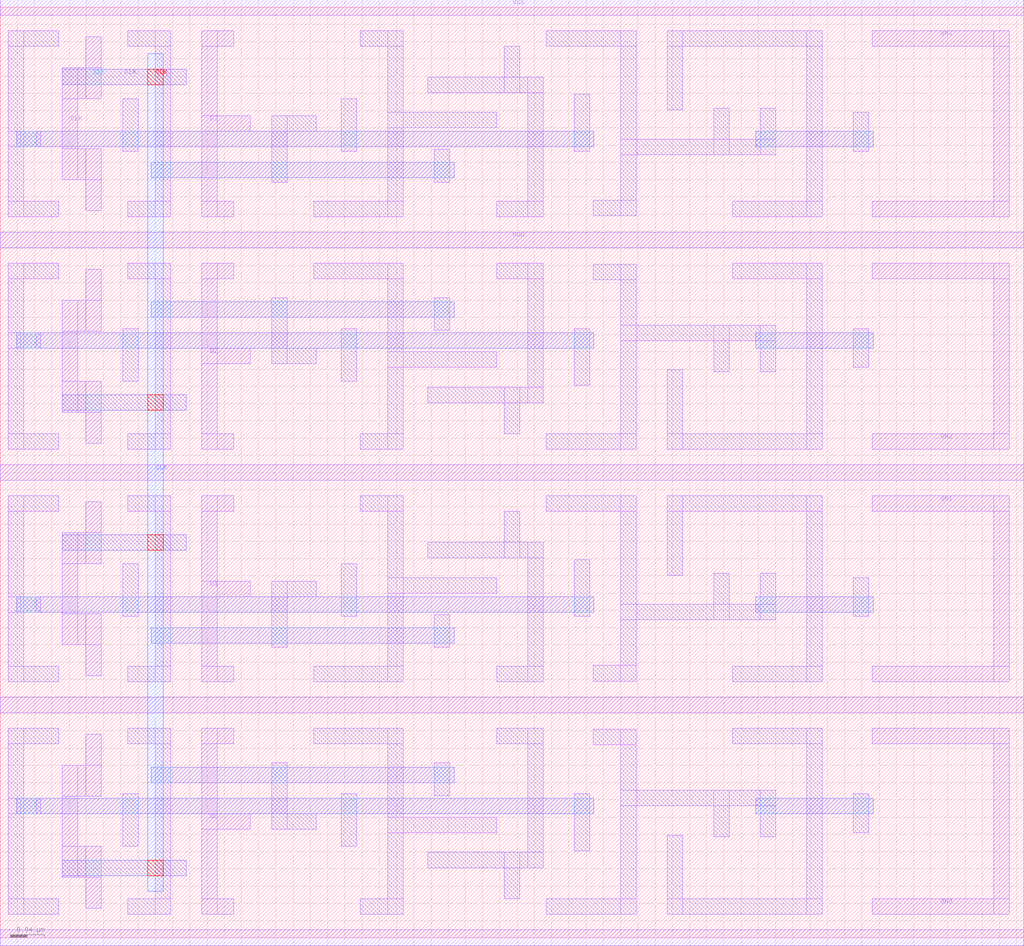
<source format=lef>
VERSION 5.8 ;
BUSBITCHARS "[]" ;
DIVIDERCHAR "/" ;
SITE asap7sc7p5t_R4
  CLASS CORE ;
  SIZE 0.054 BY 1.08 ;
  SYMMETRY Y ;
END asap7sc7p5t_R4

MACRO DFFHQNV4Xx3_ASAP7_75t_SL
  CLASS CORE ;
  ORIGIN 0.0 0.0 ;
  FOREIGN DFFHQNV4Xx3_ASAP7_75t_SL 0.0 0.0 ;
  SIZE 1.188 BY 1.08 ;
  SYMMETRY X Y ;
  SITE asap7sc7p5t_R4 ;
    PIN VDD
      USE POWER ;
      DIRECTION INOUT ;
      SHAPE ABUTMENT ;
      PORT
        LAYER M1 ;
          RECT 0.0 0.261 1.188 0.279 ;
          RECT 0.0 0.801 1.188 0.819 ;
      END
    END VDD
    PIN VSS
      USE GROUND ;
      DIRECTION INOUT ;
      SHAPE ABUTMENT ;
      PORT
        LAYER M1 ;
          RECT 0.0 -0.009 1.188 0.009 ;
          RECT 0.0 0.549 1.188 0.531 ;
          RECT 0.0 1.089 1.188 1.071 ;
      END
    END VSS
    PIN CLK
      USE CLOCK ;
      DIRECTION INPUT ;
      PORT
        LAYER M1 ;
          RECT 0.099 0.164 0.117 0.236 ;
          RECT 0.072 0.07 0.117 0.106 ;
          RECT 0.099 0.034 0.117 0.106 ;
          RECT 0.072 0.164 0.117 0.2 ;
          RECT 0.072 0.07 0.09 0.2 ;
          RECT 0.099 0.376 0.117 0.304 ;
          RECT 0.072 0.47 0.117 0.434 ;
          RECT 0.099 0.506 0.117 0.434 ;
          RECT 0.072 0.376 0.117 0.34 ;
          RECT 0.072 0.47 0.09 0.34 ;
          RECT 0.099 0.704 0.117 0.776 ;
          RECT 0.072 0.61 0.117 0.646 ;
          RECT 0.099 0.574 0.117 0.646 ;
          RECT 0.072 0.704 0.117 0.74 ;
          RECT 0.072 0.61 0.09 0.74 ;
          RECT 0.099 0.916 0.117 0.844 ;
          RECT 0.072 1.01 0.117 0.974 ;
          RECT 0.099 1.046 0.117 0.974 ;
          RECT 0.072 0.916 0.117 0.88 ;
          RECT 0.072 1.01 0.09 0.88 ;
        LAYER M2 ;
          RECT 0.072 0.072 0.216 0.09 ;
          RECT 0.072 0.45 0.216 0.468 ;
          RECT 0.072 0.612 0.216 0.63 ;
          RECT 0.072 0.99 0.216 1.008 ;
        LAYER V1 ;
          RECT 0.099 0.072 0.117 0.09 ;
          RECT 0.099 0.45 0.117 0.468 ;
          RECT 0.099 0.612 0.117 0.63 ;
          RECT 0.099 0.99 0.117 1.008 ;
        LAYER M3 ;
          RECT 0.171 0.054 0.189 1.026 ;
        LAYER V2 ;
          RECT 0.171 0.072 0.189 0.09 ;
          RECT 0.171 0.45 0.189 0.468 ;
          RECT 0.171 0.612 0.189 0.63 ;
          RECT 0.171 0.99 0.189 1.008 ;
      END
    END CLK
    PIN D0
      USE SIGNAL ;
      DIRECTION INPUT ;
      PORT
        LAYER M1 ;
          RECT 0.234 0.126 0.29 0.144 ;
          RECT 0.234 0.225 0.271 0.243 ;
          RECT 0.234 0.027 0.271 0.045 ;
          RECT 0.234 0.027 0.252 0.243 ;
      END
    END D0
    PIN QN0
      USE SIGNAL ;
      DIRECTION OUTPUT ;
      PORT
        LAYER M1 ;
          RECT 1.012 0.225 1.171 0.243 ;
          RECT 1.153 0.027 1.171 0.243 ;
          RECT 1.012 0.027 1.171 0.045 ;
      END
    END QN0
    PIN D1
      USE SIGNAL ;
      DIRECTION INPUT ;
      PORT
        LAYER M1 ;
          RECT 0.234 0.414 0.29 0.396 ;
          RECT 0.234 0.315 0.271 0.297 ;
          RECT 0.234 0.513 0.271 0.495 ;
          RECT 0.234 0.513 0.252 0.297 ;
      END
    END D1
    PIN QN1
      USE SIGNAL ;
      DIRECTION OUTPUT ;
      PORT
        LAYER M1 ;
          RECT 1.012 0.315 1.171 0.297 ;
          RECT 1.153 0.513 1.171 0.297 ;
          RECT 1.012 0.513 1.171 0.495 ;
      END
    END QN1
    PIN D2
      USE SIGNAL ;
      DIRECTION INPUT ;
      PORT
        LAYER M1 ;
          RECT 0.234 0.666 0.29 0.684 ;
          RECT 0.234 0.765 0.271 0.783 ;
          RECT 0.234 0.567 0.271 0.585 ;
          RECT 0.234 0.567 0.252 0.783 ;
      END
    END D2
    PIN QN2
      USE SIGNAL ;
      DIRECTION OUTPUT ;
      PORT
        LAYER M1 ;
          RECT 1.012 0.765 1.171 0.783 ;
          RECT 1.153 0.567 1.171 0.783 ;
          RECT 1.012 0.567 1.171 0.585 ;
      END
    END QN2
    PIN D3
      USE SIGNAL ;
      DIRECTION INPUT ;
      PORT
        LAYER M1 ;
          RECT 0.234 0.954 0.29 0.936 ;
          RECT 0.234 0.855 0.271 0.837 ;
          RECT 0.234 1.053 0.271 1.035 ;
          RECT 0.234 1.053 0.252 0.837 ;
      END
    END D3
    PIN QN3
      USE SIGNAL ;
      DIRECTION OUTPUT ;
      PORT
        LAYER M1 ;
          RECT 1.012 0.855 1.171 0.837 ;
          RECT 1.153 1.053 1.171 0.837 ;
          RECT 1.012 1.053 1.171 1.035 ;
      END
    END QN3
    OBS
      LAYER M1 ;
        RECT 0.85 0.225 0.954 0.243 ;
        RECT 0.936 0.027 0.954 0.243 ;
        RECT 0.774 0.027 0.792 0.119 ;
        RECT 0.774 0.027 0.954 0.045 ;
        RECT 0.688 0.224 0.738 0.242 ;
        RECT 0.72 0.027 0.738 0.242 ;
        RECT 0.72 0.153 0.9 0.171 ;
        RECT 0.882 0.117 0.9 0.171 ;
        RECT 0.828 0.117 0.846 0.171 ;
        RECT 0.634 0.027 0.738 0.045 ;
        RECT 0.576 0.225 0.63 0.243 ;
        RECT 0.612 0.081 0.63 0.243 ;
        RECT 0.496 0.081 0.63 0.099 ;
        RECT 0.585 0.045 0.603 0.099 ;
        RECT 0.364 0.225 0.468 0.243 ;
        RECT 0.45 0.027 0.468 0.243 ;
        RECT 0.45 0.122 0.576 0.14 ;
        RECT 0.418 0.027 0.468 0.045 ;
        RECT 0.315 0.126 0.333 0.203 ;
        RECT 0.315 0.126 0.367 0.144 ;
        RECT 0.148 0.225 0.198 0.243 ;
        RECT 0.18 0.027 0.198 0.243 ;
        RECT 0.148 0.027 0.198 0.045 ;
        RECT 0.009 0.225 0.068 0.243 ;
        RECT 0.009 0.027 0.027 0.243 ;
        RECT 0.009 0.144 0.047 0.162 ;
        RECT 0.009 0.027 0.068 0.045 ;
        RECT 0.99 0.122 1.008 0.167 ;
        RECT 0.666 0.101 0.684 0.167 ;
        RECT 0.504 0.165 0.522 0.203 ;
        RECT 0.396 0.106 0.414 0.167 ;
        RECT 0.142 0.106 0.16 0.167 ;
        RECT 0.85 0.315 0.954 0.297 ;
        RECT 0.936 0.513 0.954 0.297 ;
        RECT 0.774 0.513 0.792 0.421 ;
        RECT 0.774 0.513 0.954 0.495 ;
        RECT 0.688 0.316 0.738 0.298 ;
        RECT 0.72 0.513 0.738 0.298 ;
        RECT 0.72 0.387 0.9 0.369 ;
        RECT 0.882 0.423 0.9 0.369 ;
        RECT 0.828 0.423 0.846 0.369 ;
        RECT 0.634 0.513 0.738 0.495 ;
        RECT 0.576 0.315 0.63 0.297 ;
        RECT 0.612 0.459 0.63 0.297 ;
        RECT 0.496 0.459 0.63 0.441 ;
        RECT 0.585 0.495 0.603 0.441 ;
        RECT 0.364 0.315 0.468 0.297 ;
        RECT 0.45 0.513 0.468 0.297 ;
        RECT 0.45 0.418 0.576 0.4 ;
        RECT 0.418 0.513 0.468 0.495 ;
        RECT 0.315 0.414 0.333 0.337 ;
        RECT 0.315 0.414 0.367 0.396 ;
        RECT 0.148 0.315 0.198 0.297 ;
        RECT 0.18 0.513 0.198 0.297 ;
        RECT 0.148 0.513 0.198 0.495 ;
        RECT 0.009 0.315 0.068 0.297 ;
        RECT 0.009 0.513 0.027 0.297 ;
        RECT 0.009 0.396 0.047 0.378 ;
        RECT 0.009 0.513 0.068 0.495 ;
        RECT 0.99 0.418 1.008 0.373 ;
        RECT 0.666 0.439 0.684 0.373 ;
        RECT 0.504 0.375 0.522 0.337 ;
        RECT 0.396 0.434 0.414 0.373 ;
        RECT 0.142 0.434 0.16 0.373 ;
        RECT 0.85 0.765 0.954 0.783 ;
        RECT 0.936 0.567 0.954 0.783 ;
        RECT 0.774 0.567 0.792 0.659 ;
        RECT 0.774 0.567 0.954 0.585 ;
        RECT 0.688 0.764 0.738 0.782 ;
        RECT 0.72 0.567 0.738 0.782 ;
        RECT 0.72 0.693 0.9 0.711 ;
        RECT 0.882 0.657 0.9 0.711 ;
        RECT 0.828 0.657 0.846 0.711 ;
        RECT 0.634 0.567 0.738 0.585 ;
        RECT 0.576 0.765 0.63 0.783 ;
        RECT 0.612 0.621 0.63 0.783 ;
        RECT 0.496 0.621 0.63 0.639 ;
        RECT 0.585 0.585 0.603 0.639 ;
        RECT 0.364 0.765 0.468 0.783 ;
        RECT 0.45 0.567 0.468 0.783 ;
        RECT 0.45 0.662 0.576 0.68 ;
        RECT 0.418 0.567 0.468 0.585 ;
        RECT 0.315 0.666 0.333 0.743 ;
        RECT 0.315 0.666 0.367 0.684 ;
        RECT 0.148 0.765 0.198 0.783 ;
        RECT 0.18 0.567 0.198 0.783 ;
        RECT 0.148 0.567 0.198 0.585 ;
        RECT 0.009 0.765 0.068 0.783 ;
        RECT 0.009 0.567 0.027 0.783 ;
        RECT 0.009 0.684 0.047 0.702 ;
        RECT 0.009 0.567 0.068 0.585 ;
        RECT 0.99 0.662 1.008 0.707 ;
        RECT 0.666 0.641 0.684 0.707 ;
        RECT 0.504 0.705 0.522 0.743 ;
        RECT 0.396 0.646 0.414 0.707 ;
        RECT 0.142 0.646 0.16 0.707 ;
        RECT 0.85 0.855 0.954 0.837 ;
        RECT 0.936 1.053 0.954 0.837 ;
        RECT 0.774 1.053 0.792 0.961 ;
        RECT 0.774 1.053 0.954 1.035 ;
        RECT 0.688 0.856 0.738 0.838 ;
        RECT 0.72 1.053 0.738 0.838 ;
        RECT 0.72 0.927 0.9 0.909 ;
        RECT 0.882 0.963 0.9 0.909 ;
        RECT 0.828 0.963 0.846 0.909 ;
        RECT 0.634 1.053 0.738 1.035 ;
        RECT 0.576 0.855 0.63 0.837 ;
        RECT 0.612 0.999 0.63 0.837 ;
        RECT 0.496 0.999 0.63 0.981 ;
        RECT 0.585 1.035 0.603 0.981 ;
        RECT 0.364 0.855 0.468 0.837 ;
        RECT 0.45 1.053 0.468 0.837 ;
        RECT 0.45 0.958 0.576 0.94 ;
        RECT 0.418 1.053 0.468 1.035 ;
        RECT 0.315 0.954 0.333 0.877 ;
        RECT 0.315 0.954 0.367 0.936 ;
        RECT 0.148 0.855 0.198 0.837 ;
        RECT 0.18 1.053 0.198 0.837 ;
        RECT 0.148 1.053 0.198 1.035 ;
        RECT 0.009 0.855 0.068 0.837 ;
        RECT 0.009 1.053 0.027 0.837 ;
        RECT 0.009 0.936 0.047 0.918 ;
        RECT 0.009 1.053 0.068 1.035 ;
        RECT 0.99 0.958 1.008 0.913 ;
        RECT 0.666 0.979 0.684 0.913 ;
        RECT 0.504 0.915 0.522 0.877 ;
        RECT 0.396 0.974 0.414 0.913 ;
        RECT 0.142 0.974 0.16 0.913 ;
      LAYER M2 ;
        RECT 0.877 0.144 1.013 0.162 ;
        RECT 0.019 0.144 0.689 0.162 ;
        RECT 0.175 0.18 0.527 0.198 ;
        RECT 0.877 0.396 1.013 0.378 ;
        RECT 0.019 0.396 0.689 0.378 ;
        RECT 0.175 0.36 0.527 0.342 ;
        RECT 0.877 0.684 1.013 0.702 ;
        RECT 0.019 0.684 0.689 0.702 ;
        RECT 0.175 0.72 0.527 0.738 ;
        RECT 0.877 0.936 1.013 0.918 ;
        RECT 0.019 0.936 0.689 0.918 ;
        RECT 0.175 0.9 0.527 0.882 ;
      LAYER V1 ;
        RECT 0.99 0.144 1.008 0.162 ;
        RECT 0.882 0.144 0.9 0.162 ;
        RECT 0.666 0.144 0.684 0.162 ;
        RECT 0.504 0.18 0.522 0.198 ;
        RECT 0.396 0.144 0.414 0.162 ;
        RECT 0.315 0.18 0.333 0.198 ;
        RECT 0.18 0.18 0.198 0.198 ;
        RECT 0.142 0.144 0.16 0.162 ;
        RECT 0.024 0.144 0.042 0.162 ;
        RECT 0.99 0.396 1.008 0.378 ;
        RECT 0.882 0.396 0.9 0.378 ;
        RECT 0.666 0.396 0.684 0.378 ;
        RECT 0.504 0.36 0.522 0.342 ;
        RECT 0.396 0.396 0.414 0.378 ;
        RECT 0.315 0.36 0.333 0.342 ;
        RECT 0.18 0.36 0.198 0.342 ;
        RECT 0.142 0.396 0.16 0.378 ;
        RECT 0.024 0.396 0.042 0.378 ;
        RECT 0.99 0.684 1.008 0.702 ;
        RECT 0.882 0.684 0.9 0.702 ;
        RECT 0.666 0.684 0.684 0.702 ;
        RECT 0.504 0.72 0.522 0.738 ;
        RECT 0.396 0.684 0.414 0.702 ;
        RECT 0.315 0.72 0.333 0.738 ;
        RECT 0.18 0.72 0.198 0.738 ;
        RECT 0.142 0.684 0.16 0.702 ;
        RECT 0.024 0.684 0.042 0.702 ;
        RECT 0.99 0.936 1.008 0.918 ;
        RECT 0.882 0.936 0.9 0.918 ;
        RECT 0.666 0.936 0.684 0.918 ;
        RECT 0.504 0.9 0.522 0.882 ;
        RECT 0.396 0.936 0.414 0.918 ;
        RECT 0.315 0.9 0.333 0.882 ;
        RECT 0.18 0.9 0.198 0.882 ;
        RECT 0.142 0.936 0.16 0.918 ;
        RECT 0.024 0.936 0.042 0.918 ;
    END
END DFFHQNV4Xx3_ASAP7_75t_SL

END LIBRARY

</source>
